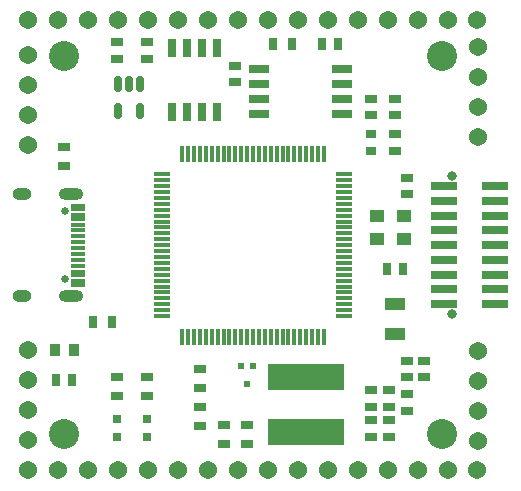
<source format=gbr>
%TF.GenerationSoftware,KiCad,Pcbnew,8.0.6-8.0.6-0~ubuntu24.04.1*%
%TF.CreationDate,2024-10-18T10:44:36-04:00*%
%TF.ProjectId,ta-expt-v2,74612d65-7870-4742-9d76-322e6b696361,rev?*%
%TF.SameCoordinates,Original*%
%TF.FileFunction,Soldermask,Top*%
%TF.FilePolarity,Negative*%
%FSLAX46Y46*%
G04 Gerber Fmt 4.6, Leading zero omitted, Abs format (unit mm)*
G04 Created by KiCad (PCBNEW 8.0.6-8.0.6-0~ubuntu24.04.1) date 2024-10-18 10:44:36*
%MOMM*%
%LPD*%
G01*
G04 APERTURE LIST*
G04 Aperture macros list*
%AMRoundRect*
0 Rectangle with rounded corners*
0 $1 Rounding radius*
0 $2 $3 $4 $5 $6 $7 $8 $9 X,Y pos of 4 corners*
0 Add a 4 corners polygon primitive as box body*
4,1,4,$2,$3,$4,$5,$6,$7,$8,$9,$2,$3,0*
0 Add four circle primitives for the rounded corners*
1,1,$1+$1,$2,$3*
1,1,$1+$1,$4,$5*
1,1,$1+$1,$6,$7*
1,1,$1+$1,$8,$9*
0 Add four rect primitives between the rounded corners*
20,1,$1+$1,$2,$3,$4,$5,0*
20,1,$1+$1,$4,$5,$6,$7,0*
20,1,$1+$1,$6,$7,$8,$9,0*
20,1,$1+$1,$8,$9,$2,$3,0*%
G04 Aperture macros list end*
%ADD10C,1.540000*%
%ADD11R,0.990000X0.780000*%
%ADD12R,1.000000X0.800000*%
%ADD13R,0.780000X0.990000*%
%ADD14R,6.400000X2.300000*%
%ADD15R,0.300000X1.475000*%
%ADD16R,1.475000X0.300000*%
%ADD17R,1.785000X0.650000*%
%ADD18R,0.940000X0.750000*%
%ADD19R,0.800000X0.800000*%
%ADD20R,1.300000X1.100000*%
%ADD21R,0.900000X1.000000*%
%ADD22R,1.800000X1.000000*%
%ADD23R,0.800000X1.000000*%
%ADD24O,1.600000X1.000000*%
%ADD25O,2.100000X1.000000*%
%ADD26R,1.150000X0.300000*%
%ADD27C,0.650000*%
%ADD28C,2.540000*%
%ADD29R,0.480000X0.630000*%
%ADD30RoundRect,0.150000X-0.150000X0.512500X-0.150000X-0.512500X0.150000X-0.512500X0.150000X0.512500X0*%
%ADD31R,2.300000X0.700000*%
%ADD32C,0.800000*%
%ADD33R,0.650000X1.525000*%
G04 APERTURE END LIST*
D10*
%TO.C,J8*%
X174000000Y-127050000D03*
X171510000Y-127050000D03*
X168970000Y-127050000D03*
X166430000Y-127050000D03*
X163890000Y-127050000D03*
X161350000Y-127050000D03*
X158810000Y-127050000D03*
X156270000Y-127050000D03*
X153730000Y-127050000D03*
X151190000Y-127050000D03*
X148650000Y-127050000D03*
X146110000Y-127050000D03*
X143570000Y-127050000D03*
X141030000Y-127050000D03*
X138490000Y-127050000D03*
X135950000Y-127050000D03*
%TD*%
%TO.C,J9*%
X174000000Y-88950000D03*
X171510000Y-88950000D03*
X168970000Y-88950000D03*
X166430000Y-88950000D03*
X163890000Y-88950000D03*
X161350000Y-88950000D03*
X158810000Y-88950000D03*
X156270000Y-88950000D03*
X153730000Y-88950000D03*
X151190000Y-88950000D03*
X148650000Y-88950000D03*
X146110000Y-88950000D03*
X143570000Y-88950000D03*
X141030000Y-88950000D03*
X138490000Y-88950000D03*
X135950000Y-88950000D03*
%TD*%
D11*
%TO.C,C15*%
X168000000Y-122000000D03*
X168000000Y-120600000D03*
%TD*%
%TO.C,C11*%
X165000000Y-122800000D03*
X165000000Y-124200000D03*
%TD*%
D12*
%TO.C,R6*%
X154500000Y-123200000D03*
X154500000Y-124800000D03*
%TD*%
%TO.C,R1*%
X146000000Y-120800000D03*
X146000000Y-119200000D03*
%TD*%
D11*
%TO.C,C8*%
X168000000Y-119200000D03*
X168000000Y-117800000D03*
%TD*%
D13*
%TO.C,C17*%
X160800000Y-91000000D03*
X162200000Y-91000000D03*
%TD*%
D10*
%TO.C,J1*%
X174070000Y-91190000D03*
X174070000Y-93730000D03*
X174070000Y-96270000D03*
X174070000Y-98810000D03*
%TD*%
D14*
%TO.C,C1*%
X159500000Y-123800000D03*
X159500000Y-119200000D03*
%TD*%
D15*
%TO.C,IC3*%
X161000000Y-115738000D03*
X160500000Y-115738000D03*
X160000000Y-115738000D03*
X159500000Y-115738000D03*
X159000000Y-115738000D03*
X158500000Y-115738000D03*
X158000000Y-115738000D03*
X157500000Y-115738000D03*
X157000000Y-115738000D03*
X156500000Y-115738000D03*
X156000000Y-115738000D03*
X155500000Y-115738000D03*
X155000000Y-115738000D03*
X154500000Y-115738000D03*
X154000000Y-115738000D03*
X153500000Y-115738000D03*
X153000000Y-115738000D03*
X152500000Y-115738000D03*
X152000000Y-115738000D03*
X151500000Y-115738000D03*
X151000000Y-115738000D03*
X150500000Y-115738000D03*
X150000000Y-115738000D03*
X149500000Y-115738000D03*
X149000000Y-115738000D03*
D16*
X147262000Y-114000000D03*
X147262000Y-113500000D03*
X147262000Y-113000000D03*
X147262000Y-112500000D03*
X147262000Y-112000000D03*
X147262000Y-111500000D03*
X147262000Y-111000000D03*
X147262000Y-110500000D03*
X147262000Y-110000000D03*
X147262000Y-109500000D03*
X147262000Y-109000000D03*
X147262000Y-108500000D03*
X147262000Y-108000000D03*
X147262000Y-107500000D03*
X147262000Y-107000000D03*
X147262000Y-106500000D03*
X147262000Y-106000000D03*
X147262000Y-105500000D03*
X147262000Y-105000000D03*
X147262000Y-104500000D03*
X147262000Y-104000000D03*
X147262000Y-103500000D03*
X147262000Y-103000000D03*
X147262000Y-102500000D03*
X147262000Y-102000000D03*
D15*
X149000000Y-100262000D03*
X149500000Y-100262000D03*
X150000000Y-100262000D03*
X150500000Y-100262000D03*
X151000000Y-100262000D03*
X151500000Y-100262000D03*
X152000000Y-100262000D03*
X152500000Y-100262000D03*
X153000000Y-100262000D03*
X153500000Y-100262000D03*
X154000000Y-100262000D03*
X154500000Y-100262000D03*
X155000000Y-100262000D03*
X155500000Y-100262000D03*
X156000000Y-100262000D03*
X156500000Y-100262000D03*
X157000000Y-100262000D03*
X157500000Y-100262000D03*
X158000000Y-100262000D03*
X158500000Y-100262000D03*
X159000000Y-100262000D03*
X159500000Y-100262000D03*
X160000000Y-100262000D03*
X160500000Y-100262000D03*
X161000000Y-100262000D03*
D16*
X162738000Y-102000000D03*
X162738000Y-102500000D03*
X162738000Y-103000000D03*
X162738000Y-103500000D03*
X162738000Y-104000000D03*
X162738000Y-104500000D03*
X162738000Y-105000000D03*
X162738000Y-105500000D03*
X162738000Y-106000000D03*
X162738000Y-106500000D03*
X162738000Y-107000000D03*
X162738000Y-107500000D03*
X162738000Y-108000000D03*
X162738000Y-108500000D03*
X162738000Y-109000000D03*
X162738000Y-109500000D03*
X162738000Y-110000000D03*
X162738000Y-110500000D03*
X162738000Y-111000000D03*
X162738000Y-111500000D03*
X162738000Y-112000000D03*
X162738000Y-112500000D03*
X162738000Y-113000000D03*
X162738000Y-113500000D03*
X162738000Y-114000000D03*
%TD*%
D10*
%TO.C,J2*%
X135950000Y-91920000D03*
X135950000Y-94460000D03*
X135950000Y-97000000D03*
X135950000Y-99540000D03*
%TD*%
%TO.C,J7*%
X135950000Y-124510000D03*
X135950000Y-121970000D03*
X135950000Y-119430000D03*
X135950000Y-116890000D03*
%TD*%
D11*
%TO.C,C10*%
X153500000Y-94200000D03*
X153500000Y-92800000D03*
%TD*%
D17*
%TO.C,IC4*%
X162532000Y-93095000D03*
X162532000Y-94365000D03*
X162532000Y-95635000D03*
X162532000Y-96905000D03*
X155468000Y-96905000D03*
X155468000Y-95635000D03*
X155468000Y-94365000D03*
X155468000Y-93095000D03*
%TD*%
D18*
%TO.C,C5*%
X165000000Y-98600000D03*
X165000000Y-100000000D03*
%TD*%
D11*
%TO.C,C19*%
X146000000Y-90800000D03*
X146000000Y-92200000D03*
%TD*%
%TO.C,C18*%
X143500000Y-92200000D03*
X143500000Y-90800000D03*
%TD*%
D13*
%TO.C,C6*%
X167700000Y-110000000D03*
X166300000Y-110000000D03*
%TD*%
D19*
%TO.C,LED1*%
X146000000Y-122750000D03*
X146000000Y-124250000D03*
%TD*%
D20*
%TO.C,Y1*%
X165500000Y-105550000D03*
X167800000Y-105550000D03*
X167800000Y-107450000D03*
X165500000Y-107450000D03*
%TD*%
D11*
%TO.C,C3*%
X168000000Y-102300000D03*
X168000000Y-103700000D03*
%TD*%
D21*
%TO.C,FB1*%
X139800000Y-116850000D03*
X138200000Y-116850000D03*
%TD*%
D11*
%TO.C,C9*%
X167000000Y-95600000D03*
X167000000Y-97000000D03*
%TD*%
%TO.C,C13*%
X165000000Y-120300000D03*
X165000000Y-121700000D03*
%TD*%
D22*
%TO.C,Y2*%
X167000000Y-112950000D03*
X167000000Y-115500000D03*
%TD*%
D23*
%TO.C,R7*%
X156700000Y-91000000D03*
X158300000Y-91000000D03*
%TD*%
D19*
%TO.C,LED2*%
X143500000Y-122750000D03*
X143500000Y-124250000D03*
%TD*%
D11*
%TO.C,C14*%
X166500000Y-122800000D03*
X166500000Y-124200000D03*
%TD*%
D12*
%TO.C,R8*%
X139000000Y-101300000D03*
X139000000Y-99700000D03*
%TD*%
%TO.C,R4*%
X150500000Y-123300000D03*
X150500000Y-121700000D03*
%TD*%
D24*
%TO.C,J3*%
X135425000Y-112320000D03*
D25*
X139605000Y-112320000D03*
D24*
X135425000Y-103680000D03*
D25*
X139605000Y-103680000D03*
D26*
X140170000Y-104950000D03*
X140170000Y-105750000D03*
X140170000Y-106250000D03*
X140170000Y-107250000D03*
X140170000Y-108750000D03*
X140170000Y-109750000D03*
X140170000Y-110250000D03*
X140170000Y-111050000D03*
X140170000Y-111350000D03*
X140170000Y-110550000D03*
X140170000Y-109250000D03*
X140170000Y-108250000D03*
X140170000Y-107750000D03*
X140170000Y-106750000D03*
X140170000Y-105450000D03*
X140170000Y-104650000D03*
D27*
X139105000Y-110890000D03*
X139105000Y-105110000D03*
%TD*%
D11*
%TO.C,C7*%
X165000000Y-95600000D03*
X165000000Y-97000000D03*
%TD*%
D28*
%TO.C,J6*%
X171000000Y-124000000D03*
X139000000Y-124000000D03*
X171000000Y-92000000D03*
X139000000Y-92000000D03*
%TD*%
D12*
%TO.C,R3*%
X150500000Y-118500000D03*
X150500000Y-120100000D03*
%TD*%
D11*
%TO.C,C12*%
X167000000Y-98600000D03*
X167000000Y-100000000D03*
%TD*%
D23*
%TO.C,R9*%
X141470000Y-114500000D03*
X143070000Y-114500000D03*
%TD*%
D11*
%TO.C,C4*%
X169500000Y-119200000D03*
X169500000Y-117800000D03*
%TD*%
D29*
%TO.C,IC1*%
X154500000Y-119755000D03*
X154000000Y-118245000D03*
X155000000Y-118245000D03*
%TD*%
D12*
%TO.C,R5*%
X152500000Y-124800000D03*
X152500000Y-123200000D03*
%TD*%
D30*
%TO.C,U1*%
X145450000Y-96637500D03*
X143550000Y-96637500D03*
X143550000Y-94362500D03*
X144500000Y-94362500D03*
X145450000Y-94362500D03*
%TD*%
D31*
%TO.C,J5*%
X175500000Y-103000000D03*
X171150000Y-103000000D03*
X175500000Y-104250000D03*
X171150000Y-104250000D03*
X175500000Y-105500000D03*
X171150000Y-105500000D03*
X175500000Y-106750000D03*
X171150000Y-106750000D03*
X175500000Y-108000000D03*
X171150000Y-108000000D03*
X175500000Y-109250000D03*
X171150000Y-109250000D03*
X175500000Y-110500000D03*
X171150000Y-110500000D03*
X175500000Y-111750000D03*
X171150000Y-111750000D03*
X175500000Y-113000000D03*
X171150000Y-113000000D03*
D32*
X171825000Y-113850000D03*
X171825000Y-102150000D03*
%TD*%
D33*
%TO.C,IC2*%
X148095000Y-91288000D03*
X149365000Y-91288000D03*
X150635000Y-91288000D03*
X151905000Y-91288000D03*
X151905000Y-96712000D03*
X150635000Y-96712000D03*
X149365000Y-96712000D03*
X148095000Y-96712000D03*
%TD*%
D11*
%TO.C,C16*%
X166500000Y-121700000D03*
X166500000Y-120300000D03*
%TD*%
D12*
%TO.C,R2*%
X143500000Y-120800000D03*
X143500000Y-119200000D03*
%TD*%
D13*
%TO.C,C2*%
X138300000Y-119400000D03*
X139700000Y-119400000D03*
%TD*%
D10*
%TO.C,J4*%
X174070000Y-124540000D03*
X174070000Y-122000000D03*
X174070000Y-119460000D03*
X174070000Y-116920000D03*
%TD*%
M02*

</source>
